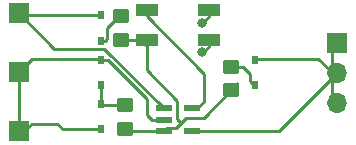
<source format=gbr>
%TF.GenerationSoftware,KiCad,Pcbnew,7.0.5*%
%TF.CreationDate,2024-03-05T22:02:34-06:00*%
%TF.ProjectId,GATE,47415445-2e6b-4696-9361-645f70636258,rev?*%
%TF.SameCoordinates,Original*%
%TF.FileFunction,Copper,L1,Top*%
%TF.FilePolarity,Positive*%
%FSLAX46Y46*%
G04 Gerber Fmt 4.6, Leading zero omitted, Abs format (unit mm)*
G04 Created by KiCad (PCBNEW 7.0.5) date 2024-03-05 22:02:34*
%MOMM*%
%LPD*%
G01*
G04 APERTURE LIST*
G04 Aperture macros list*
%AMRoundRect*
0 Rectangle with rounded corners*
0 $1 Rounding radius*
0 $2 $3 $4 $5 $6 $7 $8 $9 X,Y pos of 4 corners*
0 Add a 4 corners polygon primitive as box body*
4,1,4,$2,$3,$4,$5,$6,$7,$8,$9,$2,$3,0*
0 Add four circle primitives for the rounded corners*
1,1,$1+$1,$2,$3*
1,1,$1+$1,$4,$5*
1,1,$1+$1,$6,$7*
1,1,$1+$1,$8,$9*
0 Add four rect primitives between the rounded corners*
20,1,$1+$1,$2,$3,$4,$5,0*
20,1,$1+$1,$4,$5,$6,$7,0*
20,1,$1+$1,$6,$7,$8,$9,0*
20,1,$1+$1,$8,$9,$2,$3,0*%
G04 Aperture macros list end*
%TA.AperFunction,SMDPad,CuDef*%
%ADD10R,1.473200X0.558800*%
%TD*%
%TA.AperFunction,SMDPad,CuDef*%
%ADD11R,0.609600X0.660400*%
%TD*%
%TA.AperFunction,ComponentPad*%
%ADD12R,1.700000X1.700000*%
%TD*%
%TA.AperFunction,SMDPad,CuDef*%
%ADD13RoundRect,0.250000X-0.450000X0.350000X-0.450000X-0.350000X0.450000X-0.350000X0.450000X0.350000X0*%
%TD*%
%TA.AperFunction,ComponentPad*%
%ADD14O,1.700000X1.700000*%
%TD*%
%TA.AperFunction,SMDPad,CuDef*%
%ADD15R,1.875000X1.050000*%
%TD*%
%TA.AperFunction,ViaPad*%
%ADD16C,0.800000*%
%TD*%
%TA.AperFunction,Conductor*%
%ADD17C,0.250000*%
%TD*%
G04 APERTURE END LIST*
D10*
%TO.P,U1,1,A*%
%TO.N,Net-(J1-Pin_1)*%
X153806200Y-90549999D03*
%TO.P,U1,2,B*%
%TO.N,NOT*%
X153806200Y-91500000D03*
%TO.P,U1,3,GND*%
%TO.N,GND*%
X153806200Y-92450001D03*
%TO.P,U1,4,Y*%
%TO.N,Net-(J3-Pin_1)*%
X156193800Y-92450001D03*
%TO.P,U1,5,VCC*%
%TO.N,VCC*%
X156193800Y-90549999D03*
%TD*%
D11*
%TO.P,LED4,1*%
%TO.N,NOTRES*%
X148500000Y-88579500D03*
%TO.P,LED4,2*%
%TO.N,NOT*%
X148500000Y-86420500D03*
%TD*%
%TO.P,LED3,1*%
%TO.N,Net-(LED3-Pad1)*%
X161500000Y-88579500D03*
%TO.P,LED3,2*%
%TO.N,Net-(J3-Pin_1)*%
X161500000Y-86420500D03*
%TD*%
%TO.P,LED2,1*%
%TO.N,NOTRES*%
X148500000Y-90170500D03*
%TO.P,LED2,2*%
%TO.N,NOT*%
X148500000Y-92329500D03*
%TD*%
%TO.P,LED1,1*%
%TO.N,Net-(LED1-Pad1)*%
X148500000Y-84829500D03*
%TO.P,LED1,2*%
%TO.N,Net-(J1-Pin_1)*%
X148500000Y-82670500D03*
%TD*%
D12*
%TO.P,J6,1,Pin_1*%
%TO.N,NOT*%
X141500000Y-87500000D03*
%TD*%
D13*
%TO.P,R3,1*%
%TO.N,Net-(LED3-Pad1)*%
X159500000Y-87000000D03*
%TO.P,R3,2*%
%TO.N,GND*%
X159500000Y-89000000D03*
%TD*%
%TO.P,R1,1*%
%TO.N,Net-(LED1-Pad1)*%
X150200000Y-82750000D03*
%TO.P,R1,2*%
%TO.N,GND*%
X150200000Y-84750000D03*
%TD*%
%TO.P,R2,1*%
%TO.N,NOTRES*%
X150500000Y-90250000D03*
%TO.P,R2,2*%
%TO.N,GND*%
X150500000Y-92250000D03*
%TD*%
D12*
%TO.P,J1,1,Pin_1*%
%TO.N,Net-(J1-Pin_1)*%
X141500000Y-82500000D03*
%TD*%
%TO.P,J2,1,Pin_1*%
%TO.N,NOT*%
X141500000Y-92500000D03*
%TD*%
%TO.P,J3,1,Pin_1*%
%TO.N,Net-(J3-Pin_1)*%
X168500000Y-85000000D03*
D14*
%TO.P,J3,2,Pin_2*%
X168500000Y-87540000D03*
%TO.P,J3,3,Pin_3*%
X168500000Y-90080000D03*
%TD*%
D15*
%TO.P,D1,1*%
%TO.N,VCC*%
X152337500Y-82250000D03*
%TO.P,D1,2*%
%TO.N,Net-(J5-PWR)*%
X157662500Y-82250000D03*
%TO.P,D1,3*%
%TO.N,GND*%
X152337500Y-84750000D03*
%TO.P,D1,4*%
%TO.N,Net-(J4-PWR)*%
X157662500Y-84750000D03*
%TD*%
D16*
%TO.N,Net-(J5-PWR)*%
X157000000Y-83320000D03*
%TO.N,Net-(J4-PWR)*%
X157000000Y-85800000D03*
%TD*%
D17*
%TO.N,Net-(J1-Pin_1)*%
X144484700Y-85484700D02*
X141500000Y-82500000D01*
X148740901Y-85484700D02*
X144484700Y-85484700D01*
X153806200Y-90549999D02*
X148740901Y-85484700D01*
%TO.N,NOT*%
X152819600Y-91500000D02*
X153806200Y-91500000D01*
X152400000Y-89780194D02*
X152400000Y-91080400D01*
X149040306Y-86420500D02*
X152400000Y-89780194D01*
X152400000Y-91080400D02*
X152819600Y-91500000D01*
X148500000Y-86420500D02*
X149040306Y-86420500D01*
%TO.N,NOTRES*%
X148500000Y-88579500D02*
X148500000Y-90170500D01*
%TO.N,NOT*%
X142640000Y-86360000D02*
X141500000Y-87500000D01*
X148549778Y-86420500D02*
X148489278Y-86360000D01*
X148500000Y-86420500D02*
X148549778Y-86420500D01*
X148489278Y-86360000D02*
X142640000Y-86360000D01*
%TO.N,NOTRES*%
X148447705Y-88631795D02*
X148500000Y-88579500D01*
%TO.N,NOT*%
X141500000Y-87500000D02*
X141500000Y-92500000D01*
%TO.N,Net-(LED3-Pad1)*%
X160500000Y-87000000D02*
X159500000Y-87000000D01*
X161121000Y-87621000D02*
X160500000Y-87000000D01*
%TO.N,NOT*%
X145280000Y-92329500D02*
X144780000Y-91829500D01*
X148500000Y-92329500D02*
X145280000Y-92329500D01*
%TO.N,Net-(LED3-Pad1)*%
X161121000Y-88250278D02*
X161121000Y-87621000D01*
X161450222Y-88579500D02*
X161121000Y-88250278D01*
X161500000Y-88579500D02*
X161450222Y-88579500D01*
%TO.N,Net-(J3-Pin_1)*%
X166868205Y-86368205D02*
X168000000Y-87500000D01*
X161552295Y-86368205D02*
X166868205Y-86368205D01*
X161500000Y-86420500D02*
X161552295Y-86368205D01*
%TO.N,NOT*%
X144780000Y-91829500D02*
X142670500Y-91829500D01*
%TO.N,NOTRES*%
X148579500Y-90250000D02*
X148500000Y-90170500D01*
X150000000Y-90250000D02*
X148579500Y-90250000D01*
%TO.N,GND*%
X150700001Y-92450001D02*
X153806200Y-92450001D01*
X150000000Y-91750000D02*
X150700001Y-92450001D01*
X150000000Y-84750000D02*
X152337500Y-84750000D01*
%TO.N,Net-(LED1-Pad1)*%
X148975000Y-83775000D02*
X150000000Y-82750000D01*
X148975000Y-84705000D02*
X148975000Y-83775000D01*
X148850500Y-84829500D02*
X148975000Y-84705000D01*
X148500000Y-84829500D02*
X148850500Y-84829500D01*
%TO.N,Net-(J1-Pin_1)*%
X141670500Y-82670500D02*
X141500000Y-82500000D01*
X148500000Y-82670500D02*
X141670500Y-82670500D01*
%TO.N,NOT*%
X148500000Y-86420500D02*
X148447705Y-86368205D01*
%TO.N,Net-(J3-Pin_1)*%
X168500000Y-87540000D02*
X163589999Y-92450001D01*
X163589999Y-92450001D02*
X156193800Y-92450001D01*
%TO.N,GND*%
X155653749Y-91324052D02*
X157175948Y-91324052D01*
X155238901Y-91738901D02*
X155653749Y-91324052D01*
X154071200Y-92185001D02*
X153806200Y-92450001D01*
X154940000Y-91440000D02*
X155238901Y-91738901D01*
X154940000Y-89891499D02*
X154940000Y-91440000D01*
X152337500Y-85250000D02*
X152337500Y-87288999D01*
X152337500Y-87288999D02*
X154940000Y-89891499D01*
X151837500Y-84750000D02*
X152337500Y-85250000D01*
X160000000Y-88500000D02*
X160000000Y-88370722D01*
X157175948Y-91324052D02*
X160000000Y-88500000D01*
X154792800Y-92185001D02*
X155238901Y-91738901D01*
X154792800Y-92185001D02*
X154071200Y-92185001D01*
%TO.N,VCC*%
X157180400Y-87592900D02*
X157180400Y-90020599D01*
X156651000Y-90549999D02*
X156193800Y-90549999D01*
X157180400Y-90020599D02*
X156651000Y-90549999D01*
X152337500Y-82750000D02*
X157180400Y-87592900D01*
%TO.N,Net-(LED1-Pad1)*%
X150000000Y-82879278D02*
X150000000Y-82750000D01*
%TO.N,Net-(LED3-Pad1)*%
X160000000Y-86500000D02*
X160000000Y-86629278D01*
%TO.N,Net-(J1-Pin_1)*%
X153942595Y-90500001D02*
X153806200Y-90500001D01*
%TO.N,NOT*%
X142670500Y-91829500D02*
X142000000Y-92500000D01*
%TO.N,Net-(J3-Pin_1)*%
X168000000Y-84960000D02*
X168000000Y-87500000D01*
X168000000Y-87500000D02*
X168000000Y-90040000D01*
%TO.N,Net-(J5-PWR)*%
X157000000Y-83412500D02*
X157662500Y-82750000D01*
%TO.N,Net-(J4-PWR)*%
X157000000Y-85912500D02*
X157662500Y-85250000D01*
%TD*%
M02*

</source>
